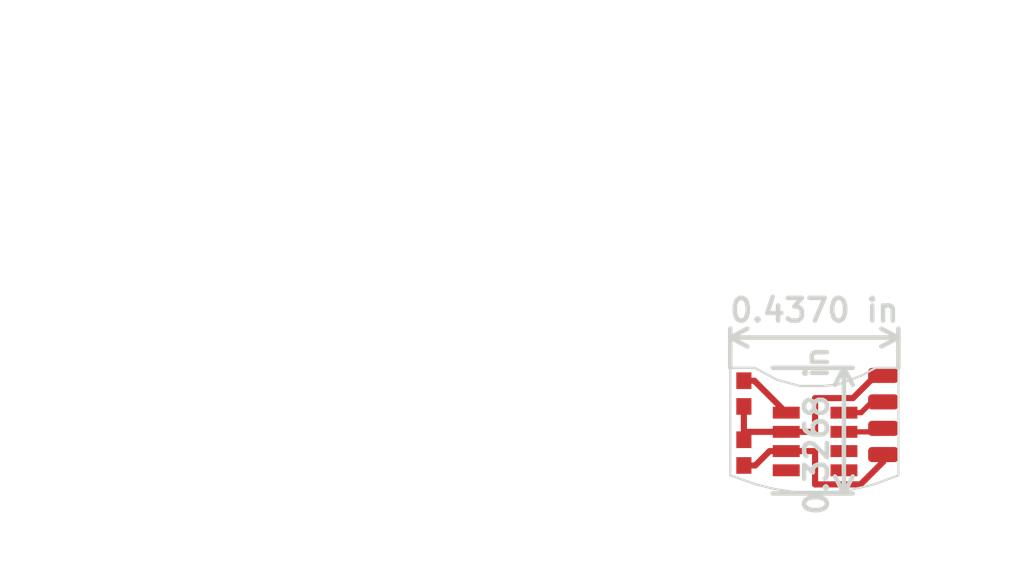
<source format=kicad_pcb>
(kicad_pcb (version 20171130) (host pcbnew "(5.0.1-dev-161-gb2b703363-dirty)+git1-1f19903-1")

  (general
    (thickness 1.6)
    (drawings 24)
    (tracks 23)
    (zones 0)
    (modules 7)
    (nets 9)
  )

  (page A4)
  (layers
    (0 Top signal)
    (31 Bottom signal)
    (32 B.Adhes user)
    (33 F.Adhes user)
    (34 B.Paste user)
    (35 F.Paste user)
    (36 B.SilkS user)
    (37 F.SilkS user)
    (38 B.Mask user)
    (39 F.Mask user)
    (40 Dwgs.User user)
    (41 Cmts.User user)
    (42 Eco1.User user)
    (43 Eco2.User user)
    (44 Edge.Cuts user)
    (45 Margin user)
    (46 B.CrtYd user)
    (47 F.CrtYd user)
    (48 B.Fab user)
    (49 F.Fab user)
  )

  (setup
    (last_trace_width 0.25)
    (trace_clearance 0.2)
    (zone_clearance 0.508)
    (zone_45_only no)
    (trace_min 0.2)
    (segment_width 0.2)
    (edge_width 0.15)
    (via_size 0.8)
    (via_drill 0.4)
    (via_min_size 0.4)
    (via_min_drill 0.3)
    (uvia_size 0.3)
    (uvia_drill 0.1)
    (uvias_allowed no)
    (uvia_min_size 0.2)
    (uvia_min_drill 0.1)
    (pcb_text_width 0.3)
    (pcb_text_size 1.5 1.5)
    (mod_edge_width 0.15)
    (mod_text_size 1 1)
    (mod_text_width 0.15)
    (pad_size 1.524 1.524)
    (pad_drill 0.762)
    (pad_to_mask_clearance 0.051)
    (solder_mask_min_width 0.25)
    (aux_axis_origin 0 0)
    (visible_elements FFFFFF7F)
    (pcbplotparams
      (layerselection 0x010fc_ffffffff)
      (usegerberextensions false)
      (usegerberattributes false)
      (usegerberadvancedattributes false)
      (creategerberjobfile false)
      (excludeedgelayer true)
      (linewidth 0.100000)
      (plotframeref false)
      (viasonmask false)
      (mode 1)
      (useauxorigin false)
      (hpglpennumber 1)
      (hpglpenspeed 20)
      (hpglpendiameter 15.000000)
      (psnegative false)
      (psa4output false)
      (plotreference true)
      (plotvalue true)
      (plotinvisibletext false)
      (padsonsilk false)
      (subtractmaskfromsilk false)
      (outputformat 1)
      (mirror false)
      (drillshape 1)
      (scaleselection 1)
      (outputdirectory ""))
  )

  (net 0 "")
  (net 1 "Net-(U$1-PadP$8)")
  (net 2 "Net-(C1-Pad1)")
  (net 3 "Net-(C1-Pad2)")
  (net 4 "Net-(C2-Pad2)")
  (net 5 "Net-(JP4-PadP$1)")
  (net 6 "Net-(JP3-PadP$1)")
  (net 7 "Net-(U$1-PadP$2)")
  (net 8 "Net-(U$1-PadP$1)")

  (net_class Default "This is the default net class."
    (clearance 0.2)
    (trace_width 0.25)
    (via_dia 0.8)
    (via_drill 0.4)
    (uvia_dia 0.3)
    (uvia_drill 0.1)
    (add_net "Net-(C1-Pad1)")
    (add_net "Net-(C1-Pad2)")
    (add_net "Net-(C2-Pad2)")
    (add_net "Net-(JP3-PadP$1)")
    (add_net "Net-(JP4-PadP$1)")
    (add_net "Net-(U$1-PadP$1)")
    (add_net "Net-(U$1-PadP$2)")
    (add_net "Net-(U$1-PadP$8)")
  )

  (module Bumms:CHIPCAP2 (layer Top) (tedit 0) (tstamp 5BAC2691)
    (at 148.5511 106.4036)
    (descr "Temp+humidity sensor")
    (path /850A8AB0BABD3B23)
    (fp_text reference U$1 (at 0 3.175) (layer F.SilkS) hide
      (effects (font (size 0.9652 0.9652) (thickness 0.08128)) (justify top))
    )
    (fp_text value CHIPCAP2 (at 0 -4.445) (layer F.SilkS) hide
      (effects (font (size 0.9652 0.9652) (thickness 0.08128)) (justify bottom))
    )
    (fp_line (start -1.905 2.54) (end -1.905 1.905) (layer F.Fab) (width 0.127))
    (fp_line (start 1.905 2.54) (end -1.905 2.54) (layer F.Fab) (width 0.127))
    (fp_line (start 1.905 1.905) (end 1.905 2.54) (layer F.Fab) (width 0.127))
    (fp_line (start 1.905 -3.81) (end 1.905 -3.175) (layer F.Fab) (width 0.127))
    (fp_line (start -1.905 -3.81) (end 1.905 -3.81) (layer F.Fab) (width 0.127))
    (fp_line (start -1.905 -3.175) (end -1.905 -3.81) (layer F.Fab) (width 0.127))
    (fp_circle (center 0.4 1.57) (end 0.63 1.57) (layer F.Fab) (width 0.127))
    (fp_line (start -0.635 -2.54) (end -0.635 -3.175) (layer F.Fab) (width 0.127))
    (fp_line (start 0.635 -2.54) (end -0.635 -2.54) (layer F.Fab) (width 0.127))
    (fp_line (start 0.635 -3.175) (end 0.635 -2.54) (layer F.Fab) (width 0.127))
    (fp_line (start -0.635 -3.175) (end 0.635 -3.175) (layer F.Fab) (width 0.127))
    (pad P$8 smd rect (at -1.905 1.27 180) (size 1.778 0.7874) (layers Top F.Paste F.Mask)
      (net 1 "Net-(U$1-PadP$8)") (solder_mask_margin 0.1016))
    (pad P$7 smd rect (at -1.905 0 180) (size 1.778 0.7874) (layers Top F.Paste F.Mask)
      (net 2 "Net-(C1-Pad1)") (solder_mask_margin 0.1016))
    (pad P$6 smd rect (at -1.905 -1.27 180) (size 1.778 0.7874) (layers Top F.Paste F.Mask)
      (net 3 "Net-(C1-Pad2)") (solder_mask_margin 0.1016))
    (pad P$5 smd rect (at -1.905 -2.54 180) (size 1.778 0.7874) (layers Top F.Paste F.Mask)
      (net 4 "Net-(C2-Pad2)") (solder_mask_margin 0.1016))
    (pad P$4 smd rect (at 1.905 -2.54 180) (size 1.778 0.7874) (layers Top F.Paste F.Mask)
      (net 5 "Net-(JP4-PadP$1)") (solder_mask_margin 0.1016))
    (pad P$3 smd rect (at 1.905 -1.27 180) (size 1.778 0.7874) (layers Top F.Paste F.Mask)
      (net 6 "Net-(JP3-PadP$1)") (solder_mask_margin 0.1016))
    (pad P$2 smd rect (at 1.905 0 180) (size 1.778 0.7874) (layers Top F.Paste F.Mask)
      (net 7 "Net-(U$1-PadP$2)") (solder_mask_margin 0.1016))
    (pad P$1 smd rect (at 1.905 1.27 180) (size 1.778 0.7874) (layers Top F.Paste F.Mask)
      (net 8 "Net-(U$1-PadP$1)") (solder_mask_margin 0.1016))
  )

  (module Bumms:1PAD (layer Top) (tedit 0) (tstamp 5BAC26A7)
    (at 153.0511 106.6336)
    (path /848DA6002F430EF2)
    (fp_text reference JP1 (at 0 0) (layer F.SilkS) hide
      (effects (font (size 1.27 1.27) (thickness 0.15)))
    )
    (fp_text value PINHD-1X1PAD (at 0 0) (layer F.SilkS) hide
      (effects (font (size 1.27 1.27) (thickness 0.15)))
    )
    (pad P$1 smd roundrect (at 0 0 90) (size 1 2) (layers Top F.Mask) (roundrect_rratio 0.25)
      (net 2 "Net-(C1-Pad1)") (solder_mask_margin 0.1016))
  )

  (module Bumms:1PAD (layer Top) (tedit 0) (tstamp 5BAC26AB)
    (at 153.0511 101.4036)
    (path /4804D7FCFA93C76E)
    (fp_text reference JP2 (at 0 0) (layer F.SilkS) hide
      (effects (font (size 1.27 1.27) (thickness 0.15)))
    )
    (fp_text value PINHD-1X1PAD (at 0 0) (layer F.SilkS) hide
      (effects (font (size 1.27 1.27) (thickness 0.15)))
    )
    (pad P$1 smd roundrect (at 0 0 90) (size 1 2) (layers Top F.Mask) (roundrect_rratio 0.25)
      (net 3 "Net-(C1-Pad2)") (solder_mask_margin 0.1016))
  )

  (module Bumms:1PAD (layer Top) (tedit 0) (tstamp 5BAC26AF)
    (at 153.0511 104.9036)
    (path /CD71B194ACD8E5B6)
    (fp_text reference JP3 (at 0 0) (layer F.SilkS) hide
      (effects (font (size 1.27 1.27) (thickness 0.15)))
    )
    (fp_text value PINHD-1X1PAD (at 0 0) (layer F.SilkS) hide
      (effects (font (size 1.27 1.27) (thickness 0.15)))
    )
    (pad P$1 smd roundrect (at 0 0 90) (size 1 2) (layers Top F.Mask) (roundrect_rratio 0.25)
      (net 6 "Net-(JP3-PadP$1)") (solder_mask_margin 0.1016))
  )

  (module Bumms:1PAD (layer Top) (tedit 0) (tstamp 5BAC26B3)
    (at 153.0511 103.1536)
    (path /28A9B5EA47274FB3)
    (fp_text reference JP4 (at 0 0) (layer F.SilkS) hide
      (effects (font (size 1.27 1.27) (thickness 0.15)))
    )
    (fp_text value PINHD-1X1PAD (at 0 0) (layer F.SilkS) hide
      (effects (font (size 1.27 1.27) (thickness 0.15)))
    )
    (pad P$1 smd roundrect (at 0 0 90) (size 1 2) (layers Top F.Mask) (roundrect_rratio 0.25)
      (net 5 "Net-(JP4-PadP$1)") (solder_mask_margin 0.1016))
  )

  (module Bumms:C0603 (layer Top) (tedit 0) (tstamp 5BAC26B7)
    (at 143.8511 106.5036 90)
    (descr <b>CAPACITOR</b>)
    (path /F1151109F2E2AD48)
    (fp_text reference C1 (at -0.635 -0.635 90) (layer F.SilkS) hide
      (effects (font (size 1.2065 1.2065) (thickness 0.1016)) (justify left bottom))
    )
    (fp_text value 220nF (at -0.635 1.905 90) (layer F.Fab) hide
      (effects (font (size 1.2065 1.2065) (thickness 0.1016)) (justify left bottom))
    )
    (fp_poly (pts (xy -0.1999 0.3) (xy 0.1999 0.3) (xy 0.1999 -0.3) (xy -0.1999 -0.3)) (layer F.Adhes) (width 0))
    (fp_poly (pts (xy 0.3302 0.4699) (xy 0.8303 0.4699) (xy 0.8303 -0.4801) (xy 0.3302 -0.4801)) (layer F.Fab) (width 0))
    (fp_poly (pts (xy -0.8382 0.4699) (xy -0.3381 0.4699) (xy -0.3381 -0.4801) (xy -0.8382 -0.4801)) (layer F.Fab) (width 0))
    (fp_line (start -0.356 0.419) (end 0.356 0.419) (layer F.Fab) (width 0.1016))
    (fp_line (start -0.356 -0.432) (end 0.356 -0.432) (layer F.Fab) (width 0.1016))
    (fp_line (start -1.473 0.983) (end -1.473 -0.983) (layer Dwgs.User) (width 0.0508))
    (fp_line (start 1.473 0.983) (end -1.473 0.983) (layer Dwgs.User) (width 0.0508))
    (fp_line (start 1.473 -0.983) (end 1.473 0.983) (layer Dwgs.User) (width 0.0508))
    (fp_line (start -1.473 -0.983) (end 1.473 -0.983) (layer Dwgs.User) (width 0.0508))
    (pad 2 smd rect (at 0.85 0 90) (size 1.1 1) (layers Top F.Paste F.Mask)
      (net 3 "Net-(C1-Pad2)") (solder_mask_margin 0.1016))
    (pad 1 smd rect (at -0.85 0 90) (size 1.1 1) (layers Top F.Paste F.Mask)
      (net 2 "Net-(C1-Pad1)") (solder_mask_margin 0.1016))
  )

  (module Bumms:C0603 (layer Top) (tedit 0) (tstamp 5BAC26C5)
    (at 143.8511 102.6036 90)
    (descr <b>CAPACITOR</b>)
    (path /E0584367761BF58F)
    (fp_text reference C2 (at -0.635 -0.635 90) (layer F.SilkS) hide
      (effects (font (size 1.2065 1.2065) (thickness 0.1016)) (justify left bottom))
    )
    (fp_text value 100nF (at -0.635 1.905 90) (layer F.Fab) hide
      (effects (font (size 1.2065 1.2065) (thickness 0.1016)) (justify left bottom))
    )
    (fp_poly (pts (xy -0.1999 0.3) (xy 0.1999 0.3) (xy 0.1999 -0.3) (xy -0.1999 -0.3)) (layer F.Adhes) (width 0))
    (fp_poly (pts (xy 0.3302 0.4699) (xy 0.8303 0.4699) (xy 0.8303 -0.4801) (xy 0.3302 -0.4801)) (layer F.Fab) (width 0))
    (fp_poly (pts (xy -0.8382 0.4699) (xy -0.3381 0.4699) (xy -0.3381 -0.4801) (xy -0.8382 -0.4801)) (layer F.Fab) (width 0))
    (fp_line (start -0.356 0.419) (end 0.356 0.419) (layer F.Fab) (width 0.1016))
    (fp_line (start -0.356 -0.432) (end 0.356 -0.432) (layer F.Fab) (width 0.1016))
    (fp_line (start -1.473 0.983) (end -1.473 -0.983) (layer Dwgs.User) (width 0.0508))
    (fp_line (start 1.473 0.983) (end -1.473 0.983) (layer Dwgs.User) (width 0.0508))
    (fp_line (start 1.473 -0.983) (end 1.473 0.983) (layer Dwgs.User) (width 0.0508))
    (fp_line (start -1.473 -0.983) (end 1.473 -0.983) (layer Dwgs.User) (width 0.0508))
    (pad 2 smd rect (at 0.85 0 90) (size 1.1 1) (layers Top F.Paste F.Mask)
      (net 4 "Net-(C2-Pad2)") (solder_mask_margin 0.1016))
    (pad 1 smd rect (at -0.85 0 90) (size 1.1 1) (layers Top F.Paste F.Mask)
      (net 3 "Net-(C1-Pad2)") (solder_mask_margin 0.1016))
  )

  (gr_circle (center 113.5511 95.4036) (end 120.3011 95.4036) (layer Dwgs.User) (width 0.1) (tstamp 55DB99E86230))
  (gr_circle (center 113.5511 95.4036) (end 132.3011 95.4036) (layer Dwgs.User) (width 0.1) (tstamp 55DB953D00E0))
  (gr_circle (center 148.5511 95.4036) (end 162.3011 95.4036) (layer Dwgs.User) (width 0.1) (tstamp 55DB9892EAB0))
  (gr_circle (center 148.5511 95.4036) (end 155.3011 95.4036) (layer Dwgs.User) (width 0.1) (tstamp 55DB9A137F80))
  (gr_line (start 142.9511 100.9036) (end 142.9511 108.0036) (layer Edge.Cuts) (width 0.15) (tstamp 55DB95289840))
  (gr_line (start 142.9511 108.0036) (end 144.6511 108.6036) (layer Edge.Cuts) (width 0.15) (tstamp 55DB9989DCD0))
  (gr_line (start 144.6511 108.6036) (end 145.8511 108.9036) (layer Edge.Cuts) (width 0.15) (tstamp 55DB994F1450))
  (gr_line (start 145.8511 108.9036) (end 147.1511 109.1036) (layer Edge.Cuts) (width 0.15) (tstamp 55DB9692B230))
  (gr_line (start 147.1511 109.1036) (end 149.8511 109.1036) (layer Edge.Cuts) (width 0.15) (tstamp 55DB99E84210))
  (gr_line (start 149.8511 109.1036) (end 151.1511 108.9036) (layer Edge.Cuts) (width 0.15) (tstamp 55DB995281E0))
  (gr_line (start 151.1511 108.9036) (end 152.4511 108.6036) (layer Edge.Cuts) (width 0.15) (tstamp 55DB9983D200))
  (gr_line (start 152.4511 108.6036) (end 154.0511 108.0036) (layer Edge.Cuts) (width 0.15) (tstamp 55DB96994A90))
  (gr_line (start 154.0511 108.0036) (end 154.0511 100.9036) (layer Edge.Cuts) (width 0.15) (tstamp 55DB96930000))
  (gr_line (start 154.0511 100.9036) (end 152.5511 100.9036) (layer Edge.Cuts) (width 0.15) (tstamp 55DB99460000))
  (gr_line (start 152.5511 100.9036) (end 151.6511 101.4036) (layer Edge.Cuts) (width 0.15) (tstamp 55DB9973A800))
  (gr_line (start 151.6511 101.4036) (end 150.0511 102.0036) (layer Edge.Cuts) (width 0.15) (tstamp 55DB98896200))
  (gr_line (start 150.0511 102.0036) (end 149.0511 102.1036) (layer Edge.Cuts) (width 0.15) (tstamp 55DB999DF400))
  (gr_line (start 149.0511 102.1036) (end 147.5511 102.1036) (layer Edge.Cuts) (width 0.15) (tstamp 55DB96973DD0))
  (gr_line (start 147.5511 102.1036) (end 146.0511 101.7036) (layer Edge.Cuts) (width 0.15) (tstamp 55DB99845800))
  (gr_line (start 146.0511 101.7036) (end 144.7511 101.0036) (layer Edge.Cuts) (width 0.15) (tstamp 55DB9AE61DE0))
  (gr_line (start 144.7511 101.0036) (end 144.5511 100.9036) (layer Edge.Cuts) (width 0.15) (tstamp 55DB9AF14800))
  (gr_line (start 144.5511 100.9036) (end 142.9511 100.9036) (layer Edge.Cuts) (width 0.15) (tstamp 55DB9984E000))
  (dimension 11.1 (width 0.3) (layer Edge.Cuts)
    (gr_text "11.100 mm" (at 148.5011 96.8036) (layer Edge.Cuts)
      (effects (font (size 1.5 1.5) (thickness 0.3)))
    )
    (feature1 (pts (xy 154.0511 100.9036) (xy 154.0511 98.317179)))
    (feature2 (pts (xy 142.9511 100.9036) (xy 142.9511 98.317179)))
    (crossbar (pts (xy 142.9511 98.9036) (xy 154.0511 98.9036)))
    (arrow1a (pts (xy 154.0511 98.9036) (xy 152.924596 99.490021)))
    (arrow1b (pts (xy 154.0511 98.9036) (xy 152.924596 98.317179)))
    (arrow2a (pts (xy 142.9511 98.9036) (xy 144.077604 99.490021)))
    (arrow2b (pts (xy 142.9511 98.9036) (xy 144.077604 98.317179)))
  )
  (dimension 8.3 (width 0.3) (layer Edge.Cuts)
    (gr_text "8.300 mm" (at 152.5511 105.0536 270) (layer Edge.Cuts)
      (effects (font (size 1.5 1.5) (thickness 0.3)))
    )
    (feature1 (pts (xy 145.7511 109.2036) (xy 151.037521 109.2036)))
    (feature2 (pts (xy 145.7511 100.9036) (xy 151.037521 100.9036)))
    (crossbar (pts (xy 150.4511 100.9036) (xy 150.4511 109.2036)))
    (arrow1a (pts (xy 150.4511 109.2036) (xy 149.864679 108.077096)))
    (arrow1b (pts (xy 150.4511 109.2036) (xy 151.037521 108.077096)))
    (arrow2a (pts (xy 150.4511 100.9036) (xy 149.864679 102.030104)))
    (arrow2b (pts (xy 150.4511 100.9036) (xy 151.037521 102.030104)))
  )

  (segment (start 153.0511 107.1036) (end 151.5511 108.6036) (width 0.4064) (layer Top) (net 2) (tstamp 55DB99DDCA80))
  (segment (start 151.5511 108.6036) (end 148.5511 108.6036) (width 0.4064) (layer Top) (net 2) (tstamp 55DB99DDCF00))
  (segment (start 148.5511 108.6036) (end 148.5511 106.4036) (width 0.4064) (layer Top) (net 2) (tstamp 55DB982D5570))
  (segment (start 148.5511 106.4036) (end 146.6461 106.4036) (width 0.4064) (layer Top) (net 2) (tstamp 55DB982D59A0))
  (segment (start 153.0511 107.1036) (end 153.0511 106.6336) (width 0.4064) (layer Top) (net 2) (tstamp 55DB993EDEF0))
  (segment (start 146.6461 106.4036) (end 145.5511 106.4036) (width 0.4064) (layer Top) (net 2) (tstamp 55DB984DD750))
  (segment (start 145.5511 106.4036) (end 144.6011 107.3536) (width 0.4064) (layer Top) (net 2) (tstamp 55DB984DDB80))
  (segment (start 144.6011 107.3536) (end 143.8511 107.3536) (width 0.4064) (layer Top) (net 2) (tstamp 55DB9833C3D0))
  (segment (start 153.0511 101.4036) (end 152.5511 101.4036) (width 0.4064) (layer Top) (net 3) (tstamp 55DB999DAF00))
  (segment (start 152.5511 101.4036) (end 151.0511 102.9036) (width 0.4064) (layer Top) (net 3) (tstamp 55DB999DB360))
  (segment (start 151.0511 102.9036) (end 148.5511 102.9036) (width 0.4064) (layer Top) (net 3) (tstamp 55DB993F4670))
  (segment (start 148.5511 102.9036) (end 148.5511 105.1336) (width 0.4064) (layer Top) (net 3) (tstamp 55DB993F1410))
  (segment (start 148.5511 105.1336) (end 146.6461 105.1336) (width 0.4064) (layer Top) (net 3) (tstamp 55DB993F1850))
  (segment (start 146.6461 105.1336) (end 143.8511 105.1336) (width 0.4064) (layer Top) (net 3) (tstamp 55DB999008C0))
  (segment (start 143.8511 105.1336) (end 143.8511 103.4536) (width 0.4064) (layer Top) (net 3) (tstamp 55DB982D3AA0))
  (segment (start 143.8511 105.6536) (end 143.8511 105.1336) (width 0.4064) (layer Top) (net 3) (tstamp 55DB9B298910))
  (segment (start 153.0511 104.9036) (end 152.8211 105.1336) (width 0.35) (layer Top) (net 6) (tstamp 55DB9995E3F0))
  (segment (start 152.8211 105.1336) (end 150.4561 105.1336) (width 0.35) (layer Top) (net 6) (tstamp 55DB986FB330))
  (segment (start 153.0511 103.1536) (end 152.3011 103.1536) (width 0.35) (layer Top) (net 5) (tstamp 55DB99A821A0))
  (segment (start 152.3011 103.1536) (end 151.5911 103.8636) (width 0.35) (layer Top) (net 5) (tstamp 55DB998B8940))
  (segment (start 151.5911 103.8636) (end 150.4561 103.8636) (width 0.35) (layer Top) (net 5) (tstamp 55DB99838D60))
  (segment (start 146.6461 103.8636) (end 144.5361 101.7536) (width 0.4064) (layer Top) (net 4) (tstamp 55DB999D4C00))
  (segment (start 144.5361 101.7536) (end 143.8511 101.7536) (width 0.4064) (layer Top) (net 4) (tstamp 55DB9978C020))

)

</source>
